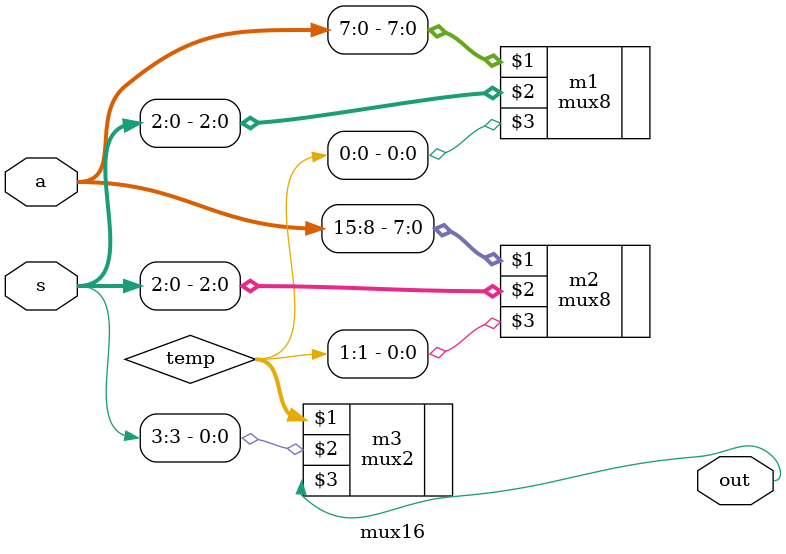
<source format=v>
`timescale 1ns / 1ps


module mux16(
    input [15:0] a,
    input [3:0] s,
    output out
    );
    wire [1:0] temp;
    mux8 m1(a[7:0],s[2:0],temp[0]);
	mux8 m2(a[15:8],s[2:0],temp[1]);
    mux2 m3(temp,s[3],out);
endmodule

</source>
